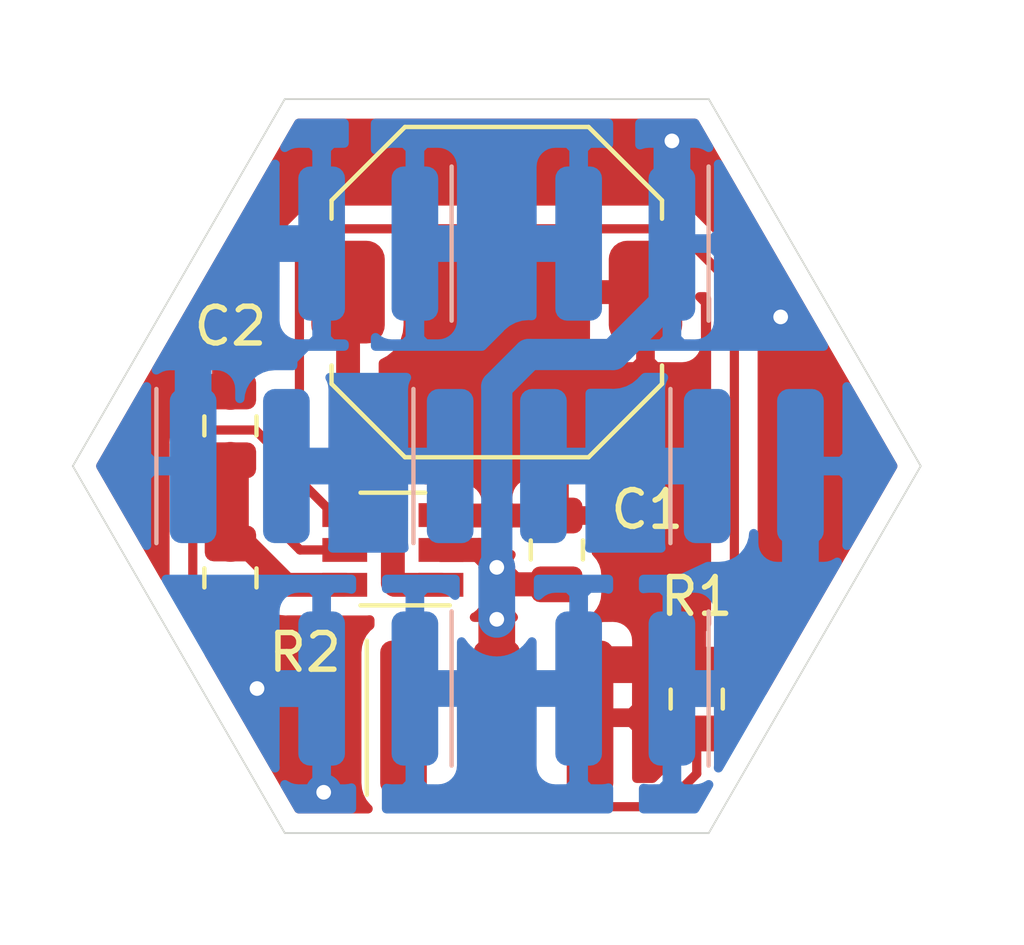
<source format=kicad_pcb>
(kicad_pcb (version 20171130) (host pcbnew "(5.1.6)-1")

  (general
    (thickness 1.6)
    (drawings 6)
    (tracks 88)
    (zones 0)
    (modules 14)
    (nets 13)
  )

  (page A4)
  (layers
    (0 F.Cu signal)
    (31 B.Cu signal)
    (32 B.Adhes user)
    (33 F.Adhes user)
    (34 B.Paste user)
    (35 F.Paste user)
    (36 B.SilkS user)
    (37 F.SilkS user)
    (38 B.Mask user)
    (39 F.Mask user)
    (40 Dwgs.User user)
    (41 Cmts.User user)
    (42 Eco1.User user)
    (43 Eco2.User user)
    (44 Edge.Cuts user)
    (45 Margin user)
    (46 B.CrtYd user)
    (47 F.CrtYd user)
    (48 B.Fab user)
    (49 F.Fab user)
  )

  (setup
    (last_trace_width 0.25)
    (trace_clearance 0.2)
    (zone_clearance 0.508)
    (zone_45_only no)
    (trace_min 0.2)
    (via_size 1)
    (via_drill 0.4)
    (via_min_size 0.4)
    (via_min_drill 0.3)
    (uvia_size 0.3)
    (uvia_drill 0.1)
    (uvias_allowed no)
    (uvia_min_size 0.2)
    (uvia_min_drill 0.1)
    (edge_width 0.05)
    (segment_width 0.2)
    (pcb_text_width 0.3)
    (pcb_text_size 1.5 1.5)
    (mod_edge_width 0.12)
    (mod_text_size 1 1)
    (mod_text_width 0.15)
    (pad_size 1.524 1.524)
    (pad_drill 0.762)
    (pad_to_mask_clearance 0.05)
    (aux_axis_origin 0 0)
    (visible_elements 7FFFFFFF)
    (pcbplotparams
      (layerselection 0x010d0_ffffffff)
      (usegerberextensions false)
      (usegerberattributes true)
      (usegerberadvancedattributes true)
      (creategerberjobfile true)
      (excludeedgelayer true)
      (linewidth 0.100000)
      (plotframeref false)
      (viasonmask false)
      (mode 1)
      (useauxorigin false)
      (hpglpennumber 1)
      (hpglpenspeed 20)
      (hpglpendiameter 15.000000)
      (psnegative false)
      (psa4output false)
      (plotreference true)
      (plotvalue true)
      (plotinvisibletext false)
      (padsonsilk false)
      (subtractmaskfromsilk false)
      (outputformat 1)
      (mirror false)
      (drillshape 0)
      (scaleselection 1)
      (outputdirectory ""))
  )

  (net 0 "")
  (net 1 GND)
  (net 2 VS)
  (net 3 "Net-(C2-Pad1)")
  (net 4 "Net-(D1-Pad2)")
  (net 5 "Net-(D1-Pad1)")
  (net 6 "Net-(D2-Pad1)")
  (net 7 "Net-(D3-Pad1)")
  (net 8 "Net-(D4-Pad1)")
  (net 9 "Net-(D5-Pad1)")
  (net 10 "Net-(D6-Pad1)")
  (net 11 "Net-(L1-Pad2)")
  (net 12 "Net-(J1-Pad1)")

  (net_class Default "This is the default net class."
    (clearance 0.2)
    (trace_width 0.25)
    (via_dia 1)
    (via_drill 0.4)
    (uvia_dia 0.3)
    (uvia_drill 0.1)
    (add_net "Net-(D1-Pad1)")
    (add_net "Net-(D1-Pad2)")
    (add_net "Net-(D2-Pad1)")
    (add_net "Net-(D3-Pad1)")
    (add_net "Net-(D4-Pad1)")
    (add_net "Net-(D5-Pad1)")
    (add_net "Net-(D6-Pad1)")
    (add_net "Net-(J1-Pad1)")
  )

  (net_class 300mA ""
    (clearance 0.2)
    (trace_width 0.65)
    (via_dia 1)
    (via_drill 0.4)
    (uvia_dia 0.3)
    (uvia_drill 0.1)
    (add_net GND)
    (add_net "Net-(C2-Pad1)")
    (add_net "Net-(L1-Pad2)")
    (add_net VS)
  )

  (module IRheating:91601-302LF (layer B.Cu) (tedit 618D2B19) (tstamp 618C85B8)
    (at 150.2 72.6778 180)
    (path /618C7F50)
    (fp_text reference D7 (at 1.5 3) (layer B.SilkS) hide
      (effects (font (size 1 1) (thickness 0.15)) (justify mirror))
    )
    (fp_text value "SFH 4550" (at 1.5 -3.5) (layer B.Fab)
      (effects (font (size 1 1) (thickness 0.15)) (justify mirror))
    )
    (fp_line (start -1 2.1) (end -1 -2.1) (layer B.SilkS) (width 0.12))
    (pad 2 smd roundrect (at 2.54 0 180) (size 1.27 4.2) (layers B.Cu B.Paste B.Mask) (roundrect_rratio 0.25)
      (net 10 "Net-(D6-Pad1)"))
    (pad 1 smd roundrect (at 0 0 180) (size 1.27 4.2) (layers B.Cu B.Paste B.Mask) (roundrect_rratio 0.25)
      (net 1 GND))
    (model ${KIPRJMOD}/91601-302LFc.stp
      (offset (xyz 1.27 0 7.2))
      (scale (xyz 1 1 1))
      (rotate (xyz -90 0 0))
    )
    (model ${KISYS3DMOD}/LED_THT.3dshapes/LED_D5.0mm.step
      (offset (xyz 0 0 4.5))
      (scale (xyz 1 1 1))
      (rotate (xyz 0 0 0))
    )
  )

  (module IRheating:91601-302LF (layer B.Cu) (tedit 618D2B19) (tstamp 618C874A)
    (at 143.2 84.8022 180)
    (path /618C0BB3)
    (fp_text reference D1 (at 1.5 3) (layer B.SilkS) hide
      (effects (font (size 1 1) (thickness 0.15)) (justify mirror))
    )
    (fp_text value "SFH 4550" (at 1.5 -3.5) (layer B.Fab)
      (effects (font (size 1 1) (thickness 0.15)) (justify mirror))
    )
    (fp_line (start -1 2.1) (end -1 -2.1) (layer B.SilkS) (width 0.12))
    (pad 2 smd roundrect (at 2.54 0 180) (size 1.27 4.2) (layers B.Cu B.Paste B.Mask) (roundrect_rratio 0.25)
      (net 4 "Net-(D1-Pad2)"))
    (pad 1 smd roundrect (at 0 0 180) (size 1.27 4.2) (layers B.Cu B.Paste B.Mask) (roundrect_rratio 0.25)
      (net 5 "Net-(D1-Pad1)"))
    (model ${KIPRJMOD}/91601-302LFc.stp
      (offset (xyz 1.27 0 7.2))
      (scale (xyz 1 1 1))
      (rotate (xyz -90 0 0))
    )
    (model ${KISYS3DMOD}/LED_THT.3dshapes/LED_D5.0mm.step
      (offset (xyz 0 0 4.5))
      (scale (xyz 1 1 1))
      (rotate (xyz 0 0 0))
    )
  )

  (module IRheating:91601-302LF (layer B.Cu) (tedit 618D2B19) (tstamp 618C854A)
    (at 150.2 84.8022 180)
    (path /618C703C)
    (fp_text reference D2 (at 1.5 3) (layer B.SilkS) hide
      (effects (font (size 1 1) (thickness 0.15)) (justify mirror))
    )
    (fp_text value "SFH 4550" (at 1.5 -3.5) (layer B.Fab)
      (effects (font (size 1 1) (thickness 0.15)) (justify mirror))
    )
    (fp_line (start -1 2.1) (end -1 -2.1) (layer B.SilkS) (width 0.12))
    (pad 2 smd roundrect (at 2.54 0 180) (size 1.27 4.2) (layers B.Cu B.Paste B.Mask) (roundrect_rratio 0.25)
      (net 5 "Net-(D1-Pad1)"))
    (pad 1 smd roundrect (at 0 0 180) (size 1.27 4.2) (layers B.Cu B.Paste B.Mask) (roundrect_rratio 0.25)
      (net 6 "Net-(D2-Pad1)"))
    (model ${KIPRJMOD}/91601-302LFc.stp
      (offset (xyz 1.27 0 7.2))
      (scale (xyz 1 1 1))
      (rotate (xyz -90 0 0))
    )
    (model ${KISYS3DMOD}/LED_THT.3dshapes/LED_D5.0mm.step
      (offset (xyz 0 0 4.5))
      (scale (xyz 1 1 1))
      (rotate (xyz 0 0 0))
    )
  )

  (module IRheating:91601-302LF (layer B.Cu) (tedit 618D2B19) (tstamp 618C880A)
    (at 151.16 78.74)
    (path /618C7460)
    (fp_text reference D3 (at 1.5 3) (layer B.SilkS) hide
      (effects (font (size 1 1) (thickness 0.15)) (justify mirror))
    )
    (fp_text value "SFH 4550" (at 1.5 -3.5) (layer B.Fab)
      (effects (font (size 1 1) (thickness 0.15)) (justify mirror))
    )
    (fp_line (start -1 2.1) (end -1 -2.1) (layer B.SilkS) (width 0.12))
    (pad 2 smd roundrect (at 2.54 0) (size 1.27 4.2) (layers B.Cu B.Paste B.Mask) (roundrect_rratio 0.25)
      (net 6 "Net-(D2-Pad1)"))
    (pad 1 smd roundrect (at 0 0) (size 1.27 4.2) (layers B.Cu B.Paste B.Mask) (roundrect_rratio 0.25)
      (net 7 "Net-(D3-Pad1)"))
    (model ${KIPRJMOD}/91601-302LFc.stp
      (offset (xyz 1.27 0 7.2))
      (scale (xyz 1 1 1))
      (rotate (xyz -90 0 0))
    )
    (model ${KISYS3DMOD}/LED_THT.3dshapes/LED_D5.0mm.step
      (offset (xyz 0 0 4.5))
      (scale (xyz 1 1 1))
      (rotate (xyz 0 0 0))
    )
  )

  (module IRheating:91601-302LF (layer B.Cu) (tedit 618D2B19) (tstamp 618CA7CA)
    (at 144.16 78.74)
    (path /618C746A)
    (fp_text reference D4 (at 1.5 3) (layer B.SilkS) hide
      (effects (font (size 1 1) (thickness 0.15)) (justify mirror))
    )
    (fp_text value "SFH 4550" (at 1.5 -3.5) (layer B.Fab)
      (effects (font (size 1 1) (thickness 0.15)) (justify mirror))
    )
    (fp_line (start -1 2.1) (end -1 -2.1) (layer B.SilkS) (width 0.12))
    (pad 2 smd roundrect (at 2.54 0) (size 1.27 4.2) (layers B.Cu B.Paste B.Mask) (roundrect_rratio 0.25)
      (net 7 "Net-(D3-Pad1)"))
    (pad 1 smd roundrect (at 0 0) (size 1.27 4.2) (layers B.Cu B.Paste B.Mask) (roundrect_rratio 0.25)
      (net 8 "Net-(D4-Pad1)"))
    (model ${KIPRJMOD}/91601-302LFc.stp
      (offset (xyz 1.27 0 7.2))
      (scale (xyz 1 1 1))
      (rotate (xyz -90 0 0))
    )
    (model ${KISYS3DMOD}/LED_THT.3dshapes/LED_D5.0mm.step
      (offset (xyz 0 0 4.5))
      (scale (xyz 1 1 1))
      (rotate (xyz 0 0 0))
    )
  )

  (module IRheating:91601-302LF (layer B.Cu) (tedit 618D2B19) (tstamp 618CC15C)
    (at 137.16 78.74)
    (path /618C7F3C)
    (fp_text reference D5 (at 1.5 3) (layer B.SilkS) hide
      (effects (font (size 1 1) (thickness 0.15)) (justify mirror))
    )
    (fp_text value "SFH 4550" (at 1.5 -3.5) (layer B.Fab)
      (effects (font (size 1 1) (thickness 0.15)) (justify mirror))
    )
    (fp_line (start -1 2.1) (end -1 -2.1) (layer B.SilkS) (width 0.12))
    (pad 2 smd roundrect (at 2.54 0) (size 1.27 4.2) (layers B.Cu B.Paste B.Mask) (roundrect_rratio 0.25)
      (net 8 "Net-(D4-Pad1)"))
    (pad 1 smd roundrect (at 0 0) (size 1.27 4.2) (layers B.Cu B.Paste B.Mask) (roundrect_rratio 0.25)
      (net 9 "Net-(D5-Pad1)"))
    (model ${KIPRJMOD}/91601-302LFc.stp
      (offset (xyz 1.27 0 7.2))
      (scale (xyz 1 1 1))
      (rotate (xyz -90 0 0))
    )
    (model ${KISYS3DMOD}/LED_THT.3dshapes/LED_D5.0mm.step
      (offset (xyz 0 0 4.5))
      (scale (xyz 1 1 1))
      (rotate (xyz 0 0 0))
    )
  )

  (module IRheating:91601-302LF (layer B.Cu) (tedit 618D2B19) (tstamp 618C85A2)
    (at 143.2 72.6778 180)
    (path /618C7F46)
    (fp_text reference D6 (at 1.5 3) (layer B.SilkS) hide
      (effects (font (size 1 1) (thickness 0.15)) (justify mirror))
    )
    (fp_text value "SFH 4550" (at 1.5 -3.5) (layer B.Fab)
      (effects (font (size 1 1) (thickness 0.15)) (justify mirror))
    )
    (fp_line (start -1 2.1) (end -1 -2.1) (layer B.SilkS) (width 0.12))
    (pad 2 smd roundrect (at 2.54 0 180) (size 1.27 4.2) (layers B.Cu B.Paste B.Mask) (roundrect_rratio 0.25)
      (net 9 "Net-(D5-Pad1)"))
    (pad 1 smd roundrect (at 0 0 180) (size 1.27 4.2) (layers B.Cu B.Paste B.Mask) (roundrect_rratio 0.25)
      (net 10 "Net-(D6-Pad1)"))
    (model ${KIPRJMOD}/91601-302LFc.stp
      (offset (xyz 1.27 0 7.2))
      (scale (xyz 1 1 1))
      (rotate (xyz -90 0 0))
    )
    (model ${KISYS3DMOD}/LED_THT.3dshapes/LED_D5.0mm.step
      (offset (xyz 0 0 4.5))
      (scale (xyz 1 1 1))
      (rotate (xyz 0 0 0))
    )
  )

  (module IRheating:CDRH8D58 (layer F.Cu) (tedit 618D2976) (tstamp 618C85D1)
    (at 145.43 74 180)
    (path /618CE241)
    (fp_text reference L1 (at 0 -5.5) (layer F.SilkS) hide
      (effects (font (size 1 1) (thickness 0.15)))
    )
    (fp_text value 68uH (at 0 2.5) (layer F.Fab)
      (effects (font (size 1 1) (thickness 0.15)))
    )
    (fp_line (start -5 -3) (end -3 -5) (layer F.CrtYd) (width 0.12))
    (fp_line (start -3 -5) (end 3 -5) (layer F.CrtYd) (width 0.12))
    (fp_line (start 3 -5) (end 5 -3) (layer F.CrtYd) (width 0.12))
    (fp_line (start 5 -3) (end 5 2.5) (layer F.CrtYd) (width 0.12))
    (fp_line (start 5 2.5) (end 5 3) (layer F.CrtYd) (width 0.12))
    (fp_line (start 5 3) (end 3 5) (layer F.CrtYd) (width 0.12))
    (fp_line (start 3 5) (end -3 5) (layer F.CrtYd) (width 0.12))
    (fp_line (start -3 5) (end -5 3) (layer F.CrtYd) (width 0.12))
    (fp_line (start -5 3) (end -5 -3) (layer F.CrtYd) (width 0.12))
    (fp_line (start -4.5 -2) (end -4.5 -2.5) (layer F.SilkS) (width 0.12))
    (fp_line (start -4.5 -2.5) (end -2.5 -4.5) (layer F.SilkS) (width 0.12))
    (fp_line (start -2.5 -4.5) (end 2.5 -4.5) (layer F.SilkS) (width 0.12))
    (fp_line (start 2.5 -4.5) (end 4.5 -2.5) (layer F.SilkS) (width 0.12))
    (fp_line (start 4.5 -2.5) (end 4.5 -2) (layer F.SilkS) (width 0.12))
    (fp_line (start 4.5 2) (end 4.5 2.5) (layer F.SilkS) (width 0.12))
    (fp_line (start 4.5 2.5) (end 2.5 4.5) (layer F.SilkS) (width 0.12))
    (fp_line (start 2.5 4.5) (end -2.5 4.5) (layer F.SilkS) (width 0.12))
    (fp_line (start -2.5 4.5) (end -4.5 2.5) (layer F.SilkS) (width 0.12))
    (fp_line (start -4.5 2.5) (end -4.5 2) (layer F.SilkS) (width 0.12))
    (pad 2 smd roundrect (at 4.05 0 180) (size 2 2.8) (layers F.Cu F.Paste F.Mask) (roundrect_rratio 0.25)
      (net 11 "Net-(L1-Pad2)"))
    (pad 1 smd roundrect (at -4.05 0 180) (size 2 2.8) (layers F.Cu F.Paste F.Mask) (roundrect_rratio 0.25)
      (net 2 VS))
    (model ${KIPRJMOD}/CDRH8D58.stp
      (at (xyz 0 0 0))
      (scale (xyz 1 1 1))
      (rotate (xyz 0 0 0))
    )
  )

  (module IRheating:91601-303LF (layer F.Cu) (tedit 618D29A1) (tstamp 618C9608)
    (at 142.89 85.598)
    (path /618F82B6)
    (fp_text reference J1 (at 1.5 -3) (layer F.SilkS) hide
      (effects (font (size 1 1) (thickness 0.15)))
    )
    (fp_text value Conn_01x03_Male (at 1.5 3.5) (layer F.Fab)
      (effects (font (size 1 1) (thickness 0.15)))
    )
    (fp_line (start -1 -2.1) (end -1 2.1) (layer F.SilkS) (width 0.12))
    (pad 3 smd roundrect (at 5.08 0) (size 1.27 4.2) (layers F.Cu F.Paste F.Mask) (roundrect_rratio 0.25)
      (net 2 VS))
    (pad 2 smd roundrect (at 2.54 0) (size 1.27 4.2) (layers F.Cu F.Paste F.Mask) (roundrect_rratio 0.25)
      (net 1 GND))
    (pad 1 smd roundrect (at 0 0) (size 1.27 4.2) (layers F.Cu F.Paste F.Mask) (roundrect_rratio 0.25)
      (net 12 "Net-(J1-Pad1)"))
    (model ${KIPRJMOD}/91601-303LFc.stp
      (offset (xyz 2.54 0 7.15))
      (scale (xyz 1 1 1))
      (rotate (xyz -90 0 0))
    )
  )

  (module Package_TO_SOT_SMD:TSOT-23-6 (layer F.Cu) (tedit 5A02FF57) (tstamp 618CB30D)
    (at 142.6 81.026 180)
    (descr "6-pin TSOT23 package, http://cds.linear.com/docs/en/packaging/SOT_6_05-08-1636.pdf")
    (tags "TSOT-23-6 MK06A TSOT-6")
    (path /618CBDD6)
    (attr smd)
    (fp_text reference U1 (at 0 -2.45) (layer F.SilkS) hide
      (effects (font (size 1 1) (thickness 0.15)))
    )
    (fp_text value SC4541 (at 0 2.5) (layer F.Fab)
      (effects (font (size 1 1) (thickness 0.15)))
    )
    (fp_line (start 2.17 1.7) (end -2.17 1.7) (layer F.CrtYd) (width 0.05))
    (fp_line (start 2.17 1.7) (end 2.17 -1.7) (layer F.CrtYd) (width 0.05))
    (fp_line (start -2.17 -1.7) (end -2.17 1.7) (layer F.CrtYd) (width 0.05))
    (fp_line (start -2.17 -1.7) (end 2.17 -1.7) (layer F.CrtYd) (width 0.05))
    (fp_line (start 0.88 -1.45) (end 0.88 1.45) (layer F.Fab) (width 0.1))
    (fp_line (start 0.88 1.45) (end -0.88 1.45) (layer F.Fab) (width 0.1))
    (fp_line (start -0.88 -1) (end -0.88 1.45) (layer F.Fab) (width 0.1))
    (fp_line (start 0.88 -1.45) (end -0.43 -1.45) (layer F.Fab) (width 0.1))
    (fp_line (start -0.88 -1) (end -0.43 -1.45) (layer F.Fab) (width 0.1))
    (fp_line (start 0.88 -1.51) (end -1.55 -1.51) (layer F.SilkS) (width 0.12))
    (fp_line (start -0.88 1.56) (end 0.88 1.56) (layer F.SilkS) (width 0.12))
    (fp_text user %R (at 0 0 90) (layer F.Fab)
      (effects (font (size 0.5 0.5) (thickness 0.075)))
    )
    (pad 6 smd rect (at 1.31 -0.95 180) (size 1.22 0.65) (layers F.Cu F.Paste F.Mask)
      (net 3 "Net-(C2-Pad1)"))
    (pad 5 smd rect (at 1.31 0 180) (size 1.22 0.65) (layers F.Cu F.Paste F.Mask)
      (net 4 "Net-(D1-Pad2)"))
    (pad 4 smd rect (at 1.31 0.95 180) (size 1.22 0.65) (layers F.Cu F.Paste F.Mask)
      (net 12 "Net-(J1-Pad1)"))
    (pad 3 smd rect (at -1.31 0.95 180) (size 1.22 0.65) (layers F.Cu F.Paste F.Mask)
      (net 2 VS))
    (pad 2 smd rect (at -1.31 0 180) (size 1.22 0.65) (layers F.Cu F.Paste F.Mask)
      (net 1 GND))
    (pad 1 smd rect (at -1.31 -0.95 180) (size 1.22 0.65) (layers F.Cu F.Paste F.Mask)
      (net 11 "Net-(L1-Pad2)"))
    (model ${KISYS3DMOD}/Package_TO_SOT_SMD.3dshapes/TSOT-23-6.wrl
      (at (xyz 0 0 0))
      (scale (xyz 1 1 1))
      (rotate (xyz 0 0 0))
    )
  )

  (module Resistor_SMD:R_0805_2012Metric (layer F.Cu) (tedit 5B36C52B) (tstamp 618D8EA3)
    (at 138.176 81.788 270)
    (descr "Resistor SMD 0805 (2012 Metric), square (rectangular) end terminal, IPC_7351 nominal, (Body size source: https://docs.google.com/spreadsheets/d/1BsfQQcO9C6DZCsRaXUlFlo91Tg2WpOkGARC1WS5S8t0/edit?usp=sharing), generated with kicad-footprint-generator")
    (tags resistor)
    (path /618CEE01)
    (attr smd)
    (fp_text reference R2 (at 2.032 -2.032 180) (layer F.SilkS)
      (effects (font (size 1 1) (thickness 0.15)))
    )
    (fp_text value 2 (at 0 1.65 90) (layer F.Fab)
      (effects (font (size 1 1) (thickness 0.15)))
    )
    (fp_line (start 1.68 0.95) (end -1.68 0.95) (layer F.CrtYd) (width 0.05))
    (fp_line (start 1.68 -0.95) (end 1.68 0.95) (layer F.CrtYd) (width 0.05))
    (fp_line (start -1.68 -0.95) (end 1.68 -0.95) (layer F.CrtYd) (width 0.05))
    (fp_line (start -1.68 0.95) (end -1.68 -0.95) (layer F.CrtYd) (width 0.05))
    (fp_line (start -0.258578 0.71) (end 0.258578 0.71) (layer F.SilkS) (width 0.12))
    (fp_line (start -0.258578 -0.71) (end 0.258578 -0.71) (layer F.SilkS) (width 0.12))
    (fp_line (start 1 0.6) (end -1 0.6) (layer F.Fab) (width 0.1))
    (fp_line (start 1 -0.6) (end 1 0.6) (layer F.Fab) (width 0.1))
    (fp_line (start -1 -0.6) (end 1 -0.6) (layer F.Fab) (width 0.1))
    (fp_line (start -1 0.6) (end -1 -0.6) (layer F.Fab) (width 0.1))
    (fp_text user %R (at 0 0 90) (layer F.Fab)
      (effects (font (size 0.5 0.5) (thickness 0.08)))
    )
    (pad 2 smd roundrect (at 0.9375 0 270) (size 0.975 1.4) (layers F.Cu F.Paste F.Mask) (roundrect_rratio 0.25)
      (net 4 "Net-(D1-Pad2)"))
    (pad 1 smd roundrect (at -0.9375 0 270) (size 0.975 1.4) (layers F.Cu F.Paste F.Mask) (roundrect_rratio 0.25)
      (net 3 "Net-(C2-Pad1)"))
    (model ${KISYS3DMOD}/Resistor_SMD.3dshapes/R_0805_2012Metric.wrl
      (at (xyz 0 0 0))
      (scale (xyz 1 1 1))
      (rotate (xyz 0 0 0))
    )
  )

  (module Resistor_SMD:R_0805_2012Metric (layer F.Cu) (tedit 5B36C52B) (tstamp 618CBCA5)
    (at 150.876 85.09 90)
    (descr "Resistor SMD 0805 (2012 Metric), square (rectangular) end terminal, IPC_7351 nominal, (Body size source: https://docs.google.com/spreadsheets/d/1BsfQQcO9C6DZCsRaXUlFlo91Tg2WpOkGARC1WS5S8t0/edit?usp=sharing), generated with kicad-footprint-generator")
    (tags resistor)
    (path /618E2570)
    (attr smd)
    (fp_text reference R1 (at 2.794 0 180) (layer F.SilkS)
      (effects (font (size 1 1) (thickness 0.15)))
    )
    (fp_text value 10k (at 0 1.65 90) (layer F.Fab)
      (effects (font (size 1 1) (thickness 0.15)))
    )
    (fp_line (start 1.68 0.95) (end -1.68 0.95) (layer F.CrtYd) (width 0.05))
    (fp_line (start 1.68 -0.95) (end 1.68 0.95) (layer F.CrtYd) (width 0.05))
    (fp_line (start -1.68 -0.95) (end 1.68 -0.95) (layer F.CrtYd) (width 0.05))
    (fp_line (start -1.68 0.95) (end -1.68 -0.95) (layer F.CrtYd) (width 0.05))
    (fp_line (start -0.258578 0.71) (end 0.258578 0.71) (layer F.SilkS) (width 0.12))
    (fp_line (start -0.258578 -0.71) (end 0.258578 -0.71) (layer F.SilkS) (width 0.12))
    (fp_line (start 1 0.6) (end -1 0.6) (layer F.Fab) (width 0.1))
    (fp_line (start 1 -0.6) (end 1 0.6) (layer F.Fab) (width 0.1))
    (fp_line (start -1 -0.6) (end 1 -0.6) (layer F.Fab) (width 0.1))
    (fp_line (start -1 0.6) (end -1 -0.6) (layer F.Fab) (width 0.1))
    (fp_text user %R (at 0 0 90) (layer F.Fab)
      (effects (font (size 0.5 0.5) (thickness 0.08)))
    )
    (pad 2 smd roundrect (at 0.9375 0 90) (size 0.975 1.4) (layers F.Cu F.Paste F.Mask) (roundrect_rratio 0.25)
      (net 2 VS))
    (pad 1 smd roundrect (at -0.9375 0 90) (size 0.975 1.4) (layers F.Cu F.Paste F.Mask) (roundrect_rratio 0.25)
      (net 12 "Net-(J1-Pad1)"))
    (model ${KISYS3DMOD}/Resistor_SMD.3dshapes/R_0805_2012Metric.wrl
      (at (xyz 0 0 0))
      (scale (xyz 1 1 1))
      (rotate (xyz 0 0 0))
    )
  )

  (module Capacitor_SMD:C_0805_2012Metric (layer F.Cu) (tedit 5B36C52B) (tstamp 618CA9C6)
    (at 138.176 77.6455 90)
    (descr "Capacitor SMD 0805 (2012 Metric), square (rectangular) end terminal, IPC_7351 nominal, (Body size source: https://docs.google.com/spreadsheets/d/1BsfQQcO9C6DZCsRaXUlFlo91Tg2WpOkGARC1WS5S8t0/edit?usp=sharing), generated with kicad-footprint-generator")
    (tags capacitor)
    (path /618CCEBA)
    (attr smd)
    (fp_text reference C2 (at 2.7155 0 180) (layer F.SilkS)
      (effects (font (size 1 1) (thickness 0.15)))
    )
    (fp_text value 10uF (at 0 1.65 90) (layer F.Fab)
      (effects (font (size 1 1) (thickness 0.15)))
    )
    (fp_line (start 1.68 0.95) (end -1.68 0.95) (layer F.CrtYd) (width 0.05))
    (fp_line (start 1.68 -0.95) (end 1.68 0.95) (layer F.CrtYd) (width 0.05))
    (fp_line (start -1.68 -0.95) (end 1.68 -0.95) (layer F.CrtYd) (width 0.05))
    (fp_line (start -1.68 0.95) (end -1.68 -0.95) (layer F.CrtYd) (width 0.05))
    (fp_line (start -0.258578 0.71) (end 0.258578 0.71) (layer F.SilkS) (width 0.12))
    (fp_line (start -0.258578 -0.71) (end 0.258578 -0.71) (layer F.SilkS) (width 0.12))
    (fp_line (start 1 0.6) (end -1 0.6) (layer F.Fab) (width 0.1))
    (fp_line (start 1 -0.6) (end 1 0.6) (layer F.Fab) (width 0.1))
    (fp_line (start -1 -0.6) (end 1 -0.6) (layer F.Fab) (width 0.1))
    (fp_line (start -1 0.6) (end -1 -0.6) (layer F.Fab) (width 0.1))
    (fp_text user %R (at 0 0 90) (layer F.Fab)
      (effects (font (size 0.5 0.5) (thickness 0.08)))
    )
    (pad 2 smd roundrect (at 0.9375 0 90) (size 0.975 1.4) (layers F.Cu F.Paste F.Mask) (roundrect_rratio 0.25)
      (net 1 GND))
    (pad 1 smd roundrect (at -0.9375 0 90) (size 0.975 1.4) (layers F.Cu F.Paste F.Mask) (roundrect_rratio 0.25)
      (net 3 "Net-(C2-Pad1)"))
    (model ${KISYS3DMOD}/Capacitor_SMD.3dshapes/C_0805_2012Metric.wrl
      (at (xyz 0 0 0))
      (scale (xyz 1 1 1))
      (rotate (xyz 0 0 0))
    )
  )

  (module Capacitor_SMD:C_0805_2012Metric (layer F.Cu) (tedit 5B36C52B) (tstamp 618D281E)
    (at 147.066 81.026 270)
    (descr "Capacitor SMD 0805 (2012 Metric), square (rectangular) end terminal, IPC_7351 nominal, (Body size source: https://docs.google.com/spreadsheets/d/1BsfQQcO9C6DZCsRaXUlFlo91Tg2WpOkGARC1WS5S8t0/edit?usp=sharing), generated with kicad-footprint-generator")
    (tags capacitor)
    (path /618CD937)
    (attr smd)
    (fp_text reference C1 (at -1.1 -2.4625 180) (layer F.SilkS)
      (effects (font (size 1 1) (thickness 0.15)))
    )
    (fp_text value 10uF (at 0 1.65 90) (layer F.Fab)
      (effects (font (size 1 1) (thickness 0.15)))
    )
    (fp_line (start 1.68 0.95) (end -1.68 0.95) (layer F.CrtYd) (width 0.05))
    (fp_line (start 1.68 -0.95) (end 1.68 0.95) (layer F.CrtYd) (width 0.05))
    (fp_line (start -1.68 -0.95) (end 1.68 -0.95) (layer F.CrtYd) (width 0.05))
    (fp_line (start -1.68 0.95) (end -1.68 -0.95) (layer F.CrtYd) (width 0.05))
    (fp_line (start -0.258578 0.71) (end 0.258578 0.71) (layer F.SilkS) (width 0.12))
    (fp_line (start -0.258578 -0.71) (end 0.258578 -0.71) (layer F.SilkS) (width 0.12))
    (fp_line (start 1 0.6) (end -1 0.6) (layer F.Fab) (width 0.1))
    (fp_line (start 1 -0.6) (end 1 0.6) (layer F.Fab) (width 0.1))
    (fp_line (start -1 -0.6) (end 1 -0.6) (layer F.Fab) (width 0.1))
    (fp_line (start -1 0.6) (end -1 -0.6) (layer F.Fab) (width 0.1))
    (fp_text user %R (at 0 0 90) (layer F.Fab)
      (effects (font (size 0.5 0.5) (thickness 0.08)))
    )
    (pad 2 smd roundrect (at 0.9375 0 270) (size 0.975 1.4) (layers F.Cu F.Paste F.Mask) (roundrect_rratio 0.25)
      (net 1 GND))
    (pad 1 smd roundrect (at -0.9375 0 270) (size 0.975 1.4) (layers F.Cu F.Paste F.Mask) (roundrect_rratio 0.25)
      (net 2 VS))
    (model ${KISYS3DMOD}/Capacitor_SMD.3dshapes/C_0805_2012Metric.wrl
      (at (xyz 0 0 0))
      (scale (xyz 1 1 1))
      (rotate (xyz 0 0 0))
    )
  )

  (gr_line (start 133.883 78.74) (end 139.656 68.74) (layer Edge.Cuts) (width 0.05) (tstamp 618C92A1))
  (gr_line (start 139.656 88.74) (end 133.883 78.74) (layer Edge.Cuts) (width 0.05))
  (gr_line (start 156.977 78.74) (end 151.204 88.74) (layer Edge.Cuts) (width 0.05) (tstamp 618C92A0))
  (gr_line (start 151.204 68.74) (end 156.977 78.74) (layer Edge.Cuts) (width 0.05))
  (gr_line (start 151.204 88.74) (end 139.656 88.74) (layer Edge.Cuts) (width 0.05))
  (gr_line (start 139.656 68.74) (end 151.204 68.74) (layer Edge.Cuts) (width 0.05))

  (via (at 145.43 81.5) (size 1) (drill 0.4) (layers F.Cu B.Cu) (net 1))
  (via (at 150.2 69.88) (size 1) (drill 0.4) (layers F.Cu B.Cu) (net 1) (tstamp 618DA55D))
  (segment (start 147.066 81.9635) (end 145.43 81.9635) (width 0.65) (layer F.Cu) (net 1))
  (segment (start 145.17 81.026) (end 145.43 81.286) (width 0.65) (layer F.Cu) (net 1))
  (segment (start 143.91 81.026) (end 145.17 81.026) (width 0.65) (layer F.Cu) (net 1))
  (segment (start 145.43 76.72851) (end 145.425 76.72351) (width 0.65) (layer B.Cu) (net 1))
  (segment (start 150.2 74.1) (end 150.2 72.6778) (width 0.65) (layer B.Cu) (net 1))
  (segment (start 148.6 75.7) (end 150.2 74.1) (width 0.85) (layer B.Cu) (net 1))
  (segment (start 146.3 75.7) (end 148.6 75.7) (width 0.85) (layer B.Cu) (net 1))
  (segment (start 145.43 76.72851) (end 145.43 76.57) (width 0.65) (layer B.Cu) (net 1))
  (segment (start 138.176 76.708) (end 138.176 73.470518) (width 1) (layer F.Cu) (net 1))
  (segment (start 138.176 73.470518) (end 138.176 73.044) (width 0.65) (layer F.Cu) (net 1))
  (segment (start 141.34 69.88) (end 141.055 70.165) (width 0.65) (layer F.Cu) (net 1))
  (segment (start 150.2 69.88) (end 141.34 69.88) (width 0.65) (layer F.Cu) (net 1))
  (segment (start 138.176 73.044) (end 141.055 70.165) (width 0.65) (layer F.Cu) (net 1))
  (segment (start 150.2 72.6778) (end 150.2 69.88) (width 1) (layer B.Cu) (net 1))
  (segment (start 145.43 76.57) (end 146.3 75.7) (width 0.85) (layer B.Cu) (net 1))
  (segment (start 145.43 81.5) (end 145.43 76.57) (width 0.85) (layer B.Cu) (net 1))
  (segment (start 144.956 81.026) (end 143.91 81.026) (width 0.65) (layer F.Cu) (net 1))
  (segment (start 145.43 81.5) (end 144.956 81.026) (width 0.65) (layer F.Cu) (net 1))
  (segment (start 145.8935 81.9635) (end 145.43 81.5) (width 0.65) (layer F.Cu) (net 1))
  (segment (start 147.066 81.9635) (end 145.8935 81.9635) (width 0.65) (layer F.Cu) (net 1))
  (segment (start 145.43 85.598) (end 145.43 82.916) (width 1) (layer F.Cu) (net 1))
  (via (at 153.162 74.676) (size 1) (drill 0.4) (layers F.Cu B.Cu) (net 1))
  (via (at 145.43 82.916) (size 1) (drill 0.4) (layers F.Cu B.Cu) (net 1))
  (segment (start 145.43 81.5) (end 145.43 82.916) (width 1) (layer B.Cu) (net 1))
  (segment (start 146.5375 80.076) (end 146.55 80.0885) (width 0.25) (layer F.Cu) (net 2))
  (segment (start 143.55 80.076) (end 146.5375 80.076) (width 0.25) (layer F.Cu) (net 2))
  (segment (start 143.9225 80.0885) (end 143.91 80.076) (width 0.65) (layer F.Cu) (net 2))
  (segment (start 147.066 80.0885) (end 143.9225 80.0885) (width 0.65) (layer F.Cu) (net 2))
  (segment (start 147.066 80.0885) (end 147.066 74.634) (width 0.65) (layer F.Cu) (net 2))
  (segment (start 147.7 74) (end 149.48 74) (width 0.65) (layer F.Cu) (net 2))
  (segment (start 147.066 74.634) (end 147.7 74) (width 0.65) (layer F.Cu) (net 2))
  (segment (start 150.876 84.1525) (end 147.97 84.1525) (width 1) (layer F.Cu) (net 2))
  (segment (start 138.176 78.583) (end 138.176 80.8505) (width 1) (layer F.Cu) (net 3))
  (segment (start 139.684998 81.976) (end 138.559498 80.8505) (width 0.65) (layer F.Cu) (net 3))
  (segment (start 141.29 81.976) (end 139.684998 81.976) (width 0.65) (layer F.Cu) (net 3))
  (via (at 138.9 84.8022) (size 1) (drill 0.4) (layers F.Cu B.Cu) (net 4))
  (segment (start 140.07 81.026) (end 141.29 81.026) (width 0.25) (layer F.Cu) (net 4))
  (segment (start 139.20101 80.15701) (end 140.07 81.026) (width 0.25) (layer F.Cu) (net 4))
  (segment (start 139.20101 78.10366) (end 139.20101 80.15701) (width 0.25) (layer F.Cu) (net 4))
  (segment (start 138.85534 77.75799) (end 139.20101 78.10366) (width 0.25) (layer F.Cu) (net 4))
  (segment (start 137.15099 78.10366) (end 137.49666 77.75799) (width 0.25) (layer F.Cu) (net 4))
  (segment (start 137.15099 81.94099) (end 137.15099 78.10366) (width 0.25) (layer F.Cu) (net 4))
  (segment (start 137.49666 77.75799) (end 138.85534 77.75799) (width 0.25) (layer F.Cu) (net 4))
  (segment (start 137.9355 82.7255) (end 137.15099 81.94099) (width 0.25) (layer F.Cu) (net 4))
  (segment (start 138.176 82.7255) (end 137.9355 82.7255) (width 0.25) (layer F.Cu) (net 4))
  (segment (start 140.0022 84.8022) (end 138.9 84.8022) (width 1) (layer B.Cu) (net 4))
  (segment (start 140.66 84.8022) (end 140.0022 84.8022) (width 1) (layer B.Cu) (net 4))
  (segment (start 140.0022 84.8022) (end 139.192 84.8022) (width 1) (layer B.Cu) (net 4))
  (segment (start 138.176 84.0782) (end 138.9 84.8022) (width 1) (layer F.Cu) (net 4))
  (segment (start 138.176 82.7255) (end 138.176 84.0782) (width 1) (layer F.Cu) (net 4))
  (via (at 140.716 87.63) (size 1) (drill 0.4) (layers F.Cu B.Cu) (net 4))
  (segment (start 143.2 84.8022) (end 147.66 84.8022) (width 1) (layer B.Cu) (net 5))
  (segment (start 150.2 84.8022) (end 151.7978 84.8022) (width 1) (layer B.Cu) (net 6))
  (segment (start 150.2 84.8022) (end 151.6978 84.8022) (width 1) (layer B.Cu) (net 6))
  (segment (start 151.6978 84.8022) (end 152.4 84.1) (width 1) (layer B.Cu) (net 6))
  (segment (start 152.4 84.1) (end 152.4 83.6) (width 1) (layer B.Cu) (net 6))
  (segment (start 153.7 82.3) (end 153.7 78.74) (width 1) (layer B.Cu) (net 6))
  (segment (start 152.4 83.6) (end 153.7 82.3) (width 1) (layer B.Cu) (net 6))
  (segment (start 146.7 78.74) (end 151.16 78.74) (width 1) (layer B.Cu) (net 7))
  (segment (start 139.7 78.74) (end 144.16 78.74) (width 1) (layer B.Cu) (net 8))
  (segment (start 137.16 78.74) (end 137.16 75.84) (width 1) (layer B.Cu) (net 9))
  (segment (start 137.16 75.84) (end 138.7 74.3) (width 1) (layer B.Cu) (net 9))
  (segment (start 138.7 74.3) (end 138.7 72.9) (width 1) (layer B.Cu) (net 9))
  (segment (start 138.9222 72.6778) (end 140.66 72.6778) (width 1) (layer B.Cu) (net 9))
  (segment (start 138.7 72.9) (end 138.9222 72.6778) (width 1) (layer B.Cu) (net 9))
  (segment (start 147.66 72.6778) (end 143.2 72.6778) (width 1) (layer B.Cu) (net 10))
  (segment (start 142.65 81.976) (end 142.6 81.926) (width 0.65) (layer F.Cu) (net 11))
  (segment (start 143.91 81.976) (end 142.65 81.976) (width 0.65) (layer F.Cu) (net 11))
  (segment (start 141.38 78.285998) (end 141.38 74) (width 0.65) (layer F.Cu) (net 11))
  (segment (start 142.6 79.505998) (end 141.38 78.285998) (width 0.65) (layer F.Cu) (net 11))
  (segment (start 142.6 81.926) (end 142.6 79.505998) (width 0.65) (layer F.Cu) (net 11))
  (segment (start 150.876 86.0275) (end 151.1725 86.0275) (width 0.25) (layer F.Cu) (net 12))
  (segment (start 151.1125 86.0275) (end 150.876 86.0275) (width 0.25) (layer F.Cu) (net 12))
  (segment (start 151.90101 85.23899) (end 151.1125 86.0275) (width 0.25) (layer F.Cu) (net 12))
  (segment (start 151.90101 73.854268) (end 151.90101 85.23899) (width 0.25) (layer F.Cu) (net 12))
  (segment (start 150.321732 72.27499) (end 151.90101 73.854268) (width 0.25) (layer F.Cu) (net 12))
  (segment (start 140.538268 72.27499) (end 150.321732 72.27499) (width 0.25) (layer F.Cu) (net 12))
  (segment (start 140.05499 72.758268) (end 140.538268 72.27499) (width 0.25) (layer F.Cu) (net 12))
  (segment (start 140.05499 79.12499) (end 140.05499 72.758268) (width 0.25) (layer F.Cu) (net 12))
  (segment (start 141.006 80.076) (end 140.05499 79.12499) (width 0.25) (layer F.Cu) (net 12))
  (segment (start 141.29 80.076) (end 141.006 80.076) (width 0.25) (layer F.Cu) (net 12))
  (segment (start 150.876 87.122) (end 150.876 86.0275) (width 0.25) (layer F.Cu) (net 12))
  (segment (start 143.90301 88.02301) (end 149.97499 88.02301) (width 0.25) (layer F.Cu) (net 12))
  (segment (start 142.89 87.01) (end 143.90301 88.02301) (width 0.25) (layer F.Cu) (net 12))
  (segment (start 149.97499 88.02301) (end 150.876 87.122) (width 0.25) (layer F.Cu) (net 12))
  (segment (start 142.89 85.598) (end 142.89 87.01) (width 0.25) (layer F.Cu) (net 12))

  (zone (net 10) (net_name "Net-(D6-Pad1)") (layer B.Cu) (tstamp 618E0D16) (hatch edge 0.508)
    (connect_pads (clearance 0.508))
    (min_thickness 0.254)
    (fill yes (arc_segments 32) (thermal_gap 0.508) (thermal_bridge_width 0.508))
    (polygon
      (pts
        (xy 148.6 75.6) (xy 142 75.6) (xy 142 68.5) (xy 148.6 68.5)
      )
    )
    (filled_polygon
      (pts
        (xy 148.473 69.968223) (xy 148.419482 69.951988) (xy 148.295 69.939728) (xy 147.94575 69.9428) (xy 147.787 70.10155)
        (xy 147.787 72.5508) (xy 147.807 72.5508) (xy 147.807 72.8048) (xy 147.787 72.8048) (xy 147.787 72.8248)
        (xy 147.533 72.8248) (xy 147.533 72.8048) (xy 146.54875 72.8048) (xy 146.39 72.96355) (xy 146.387161 74.64)
        (xy 146.352058 74.64) (xy 146.3 74.634873) (xy 146.247942 74.64) (xy 146.247934 74.64) (xy 146.110319 74.653554)
        (xy 146.092203 74.655338) (xy 145.892393 74.71595) (xy 145.708247 74.814378) (xy 145.546841 74.946841) (xy 145.513651 74.987284)
        (xy 145.027935 75.473) (xy 142.127 75.473) (xy 142.127 75.239806) (xy 142.210506 75.308337) (xy 142.32082 75.367302)
        (xy 142.440518 75.403612) (xy 142.565 75.415872) (xy 142.91425 75.4128) (xy 143.073 75.25405) (xy 143.073 72.8048)
        (xy 143.327 72.8048) (xy 143.327 75.25405) (xy 143.48575 75.4128) (xy 143.835 75.415872) (xy 143.959482 75.403612)
        (xy 144.07918 75.367302) (xy 144.189494 75.308337) (xy 144.286185 75.228985) (xy 144.365537 75.132294) (xy 144.424502 75.02198)
        (xy 144.460812 74.902282) (xy 144.473072 74.7778) (xy 144.47 72.96355) (xy 144.31125 72.8048) (xy 143.327 72.8048)
        (xy 143.073 72.8048) (xy 143.053 72.8048) (xy 143.053 72.5508) (xy 143.073 72.5508) (xy 143.073 70.10155)
        (xy 143.327 70.10155) (xy 143.327 72.5508) (xy 144.31125 72.5508) (xy 144.47 72.39205) (xy 144.473072 70.5778)
        (xy 146.386928 70.5778) (xy 146.39 72.39205) (xy 146.54875 72.5508) (xy 147.533 72.5508) (xy 147.533 70.10155)
        (xy 147.37425 69.9428) (xy 147.025 69.939728) (xy 146.900518 69.951988) (xy 146.78082 69.988298) (xy 146.670506 70.047263)
        (xy 146.573815 70.126615) (xy 146.494463 70.223306) (xy 146.435498 70.33362) (xy 146.399188 70.453318) (xy 146.386928 70.5778)
        (xy 144.473072 70.5778) (xy 144.460812 70.453318) (xy 144.424502 70.33362) (xy 144.365537 70.223306) (xy 144.286185 70.126615)
        (xy 144.189494 70.047263) (xy 144.07918 69.988298) (xy 143.959482 69.951988) (xy 143.835 69.939728) (xy 143.48575 69.9428)
        (xy 143.327 70.10155) (xy 143.073 70.10155) (xy 142.91425 69.9428) (xy 142.565 69.939728) (xy 142.440518 69.951988)
        (xy 142.32082 69.988298) (xy 142.210506 70.047263) (xy 142.127 70.115794) (xy 142.127 69.4) (xy 148.473 69.4)
      )
    )
  )
  (zone (net 7) (net_name "Net-(D3-Pad1)") (layer B.Cu) (tstamp 618E0D13) (hatch edge 0.508)
    (connect_pads (clearance 0.508))
    (min_thickness 0.254)
    (fill yes (arc_segments 32) (thermal_gap 0.508) (thermal_bridge_width 0.508))
    (polygon
      (pts
        (xy 150.9 79.5) (xy 150.1 79.5) (xy 150.1 80.25) (xy 150.1 81.1) (xy 146 81.1)
        (xy 146 76.2) (xy 150.9 76.2)
      )
    )
    (filled_polygon
      (pts
        (xy 149.935498 76.39582) (xy 149.899188 76.515518) (xy 149.886928 76.64) (xy 149.89 78.45425) (xy 150.04875 78.613)
        (xy 150.773 78.613) (xy 150.773 78.867) (xy 150.04875 78.867) (xy 149.89 79.02575) (xy 149.886928 80.84)
        (xy 149.899188 80.964482) (xy 149.901772 80.973) (xy 147.958228 80.973) (xy 147.960812 80.964482) (xy 147.973072 80.84)
        (xy 147.97 79.02575) (xy 147.81125 78.867) (xy 146.827 78.867) (xy 146.827 78.887) (xy 146.573 78.887)
        (xy 146.573 78.867) (xy 146.553 78.867) (xy 146.553 78.613) (xy 146.573 78.613) (xy 146.573 78.593)
        (xy 146.827 78.593) (xy 146.827 78.613) (xy 147.81125 78.613) (xy 147.97 78.45425) (xy 147.972869 76.76)
        (xy 148.547944 76.76) (xy 148.6 76.765127) (xy 148.652056 76.76) (xy 148.652066 76.76) (xy 148.807796 76.744662)
        (xy 149.007607 76.68405) (xy 149.191753 76.585622) (xy 149.353159 76.453159) (xy 149.386353 76.412712) (xy 149.472065 76.327)
        (xy 149.972284 76.327)
      )
    )
  )
  (zone (net 1) (net_name GND) (layer B.Cu) (tstamp 618E0D10) (hatch edge 0.508)
    (connect_pads (clearance 0.508))
    (min_thickness 0.254)
    (fill yes (arc_segments 32) (thermal_gap 0.508) (thermal_bridge_width 0.508))
    (polygon
      (pts
        (xy 156.6 75.6) (xy 149.2 75.6) (xy 149.2 68.5) (xy 152 68.5)
      )
    )
    (filled_polygon
      (pts
        (xy 151.202994 70.058342) (xy 151.189494 70.047263) (xy 151.07918 69.988298) (xy 150.959482 69.951988) (xy 150.835 69.939728)
        (xy 150.48575 69.9428) (xy 150.327 70.10155) (xy 150.327 72.5508) (xy 151.31125 72.5508) (xy 151.47 72.39205)
        (xy 151.473072 70.5778) (xy 151.466941 70.515553) (xy 154.328875 75.473) (xy 149.327 75.473) (xy 149.327 75.369177)
        (xy 149.440518 75.403612) (xy 149.565 75.415872) (xy 149.91425 75.4128) (xy 150.073 75.25405) (xy 150.073 72.8048)
        (xy 150.327 72.8048) (xy 150.327 75.25405) (xy 150.48575 75.4128) (xy 150.835 75.415872) (xy 150.959482 75.403612)
        (xy 151.07918 75.367302) (xy 151.189494 75.308337) (xy 151.286185 75.228985) (xy 151.365537 75.132294) (xy 151.424502 75.02198)
        (xy 151.460812 74.902282) (xy 151.473072 74.7778) (xy 151.47 72.96355) (xy 151.31125 72.8048) (xy 150.327 72.8048)
        (xy 150.073 72.8048) (xy 150.053 72.8048) (xy 150.053 72.5508) (xy 150.073 72.5508) (xy 150.073 70.10155)
        (xy 149.91425 69.9428) (xy 149.565 69.939728) (xy 149.440518 69.951988) (xy 149.327 69.986423) (xy 149.327 69.4)
        (xy 150.822933 69.4)
      )
    )
  )
  (zone (net 9) (net_name "Net-(D5-Pad1)") (layer B.Cu) (tstamp 618E0D0D) (hatch edge 0.508)
    (connect_pads (clearance 0.508))
    (min_thickness 0.254)
    (fill yes (arc_segments 32) (thermal_gap 0.508) (thermal_bridge_width 0.508))
    (polygon
      (pts
        (xy 141.4 75.6) (xy 140.3 75.6) (xy 140 75.9) (xy 140 81.1) (xy 131.9 81.1)
        (xy 139 68.5) (xy 141.4 68.5)
      )
    )
    (filled_polygon
      (pts
        (xy 141.273 69.939922) (xy 140.94575 69.9428) (xy 140.787 70.10155) (xy 140.787 72.5508) (xy 140.807 72.5508)
        (xy 140.807 72.8048) (xy 140.787 72.8048) (xy 140.787 75.25405) (xy 140.94575 75.4128) (xy 141.273 75.415678)
        (xy 141.273 75.473) (xy 140.3 75.473) (xy 140.275224 75.47544) (xy 140.251399 75.482667) (xy 140.229443 75.494403)
        (xy 140.210197 75.510197) (xy 139.910197 75.810197) (xy 139.894403 75.829443) (xy 139.882667 75.851399) (xy 139.87544 75.875224)
        (xy 139.873 75.9) (xy 139.873 76.001928) (xy 139.3825 76.001928) (xy 139.196077 76.020289) (xy 139.016818 76.074667)
        (xy 138.851613 76.162971) (xy 138.706809 76.281809) (xy 138.587971 76.426613) (xy 138.499667 76.591818) (xy 138.445289 76.771077)
        (xy 138.432632 76.899581) (xy 138.433072 76.64) (xy 138.420812 76.515518) (xy 138.384502 76.39582) (xy 138.325537 76.285506)
        (xy 138.246185 76.188815) (xy 138.149494 76.109463) (xy 138.03918 76.050498) (xy 137.919482 76.014188) (xy 137.795 76.001928)
        (xy 137.44575 76.005) (xy 137.287 76.16375) (xy 137.287 78.613) (xy 137.307 78.613) (xy 137.307 78.867)
        (xy 137.287 78.867) (xy 137.287 78.887) (xy 137.033 78.887) (xy 137.033 78.867) (xy 136.04875 78.867)
        (xy 135.89 79.02575) (xy 135.886928 80.84) (xy 135.892999 80.901638) (xy 134.645085 78.74) (xy 135.892999 76.578362)
        (xy 135.886928 76.64) (xy 135.89 78.45425) (xy 136.04875 78.613) (xy 137.033 78.613) (xy 137.033 76.16375)
        (xy 136.87425 76.005) (xy 136.525 76.001928) (xy 136.400518 76.014188) (xy 136.28082 76.050498) (xy 136.170506 76.109463)
        (xy 136.157561 76.120087) (xy 136.932463 74.7778) (xy 139.386928 74.7778) (xy 139.399188 74.902282) (xy 139.435498 75.02198)
        (xy 139.494463 75.132294) (xy 139.573815 75.228985) (xy 139.670506 75.308337) (xy 139.78082 75.367302) (xy 139.900518 75.403612)
        (xy 140.025 75.415872) (xy 140.37425 75.4128) (xy 140.533 75.25405) (xy 140.533 72.8048) (xy 139.54875 72.8048)
        (xy 139.39 72.96355) (xy 139.386928 74.7778) (xy 136.932463 74.7778) (xy 139.393059 70.515553) (xy 139.386928 70.5778)
        (xy 139.39 72.39205) (xy 139.54875 72.5508) (xy 140.533 72.5508) (xy 140.533 70.10155) (xy 140.37425 69.9428)
        (xy 140.025 69.939728) (xy 139.900518 69.951988) (xy 139.78082 69.988298) (xy 139.670506 70.047263) (xy 139.657007 70.058341)
        (xy 140.037068 69.4) (xy 141.273 69.4)
      )
    )
  )
  (zone (net 6) (net_name "Net-(D2-Pad1)") (layer B.Cu) (tstamp 618E0D0A) (hatch edge 0.508)
    (connect_pads (clearance 0.508))
    (min_thickness 0.254)
    (fill yes (arc_segments 32) (thermal_gap 0.508) (thermal_bridge_width 0.508))
    (polygon
      (pts
        (xy 159 79) (xy 152.5 90) (xy 149.3 90) (xy 149.3 81.7) (xy 150.4 81.7)
        (xy 151.9 81) (xy 151.9 76.2) (xy 156.9 76.2)
      )
    )
    (filled_polygon
      (pts
        (xy 156.214914 78.74) (xy 154.967001 80.901637) (xy 154.973072 80.84) (xy 154.97 79.02575) (xy 154.81125 78.867)
        (xy 153.827 78.867) (xy 153.827 81.31625) (xy 153.98575 81.475) (xy 154.335 81.478072) (xy 154.459482 81.465812)
        (xy 154.57918 81.429502) (xy 154.689494 81.370537) (xy 154.702438 81.359914) (xy 151.466941 86.964447) (xy 151.473072 86.9022)
        (xy 151.47 85.08795) (xy 151.31125 84.9292) (xy 150.327 84.9292) (xy 150.327 87.37845) (xy 150.48575 87.5372)
        (xy 150.835 87.540272) (xy 150.959482 87.528012) (xy 151.07918 87.491702) (xy 151.189494 87.432737) (xy 151.202994 87.421658)
        (xy 150.822933 88.08) (xy 149.427 88.08) (xy 149.427 87.523911) (xy 149.440518 87.528012) (xy 149.565 87.540272)
        (xy 149.91425 87.5372) (xy 150.073 87.37845) (xy 150.073 84.9292) (xy 150.053 84.9292) (xy 150.053 84.6752)
        (xy 150.073 84.6752) (xy 150.073 82.22595) (xy 150.327 82.22595) (xy 150.327 84.6752) (xy 151.31125 84.6752)
        (xy 151.47 84.51645) (xy 151.473072 82.7022) (xy 151.460812 82.577718) (xy 151.424502 82.45802) (xy 151.365537 82.347706)
        (xy 151.286185 82.251015) (xy 151.189494 82.171663) (xy 151.07918 82.112698) (xy 150.959482 82.076388) (xy 150.835 82.064128)
        (xy 150.48575 82.0672) (xy 150.327 82.22595) (xy 150.073 82.22595) (xy 149.91425 82.0672) (xy 149.565 82.064128)
        (xy 149.440518 82.076388) (xy 149.427 82.080489) (xy 149.427 81.827) (xy 150.4 81.827) (xy 150.424776 81.82456)
        (xy 150.453706 81.815085) (xy 151.175877 81.478072) (xy 151.4775 81.478072) (xy 151.663923 81.459711) (xy 151.843182 81.405333)
        (xy 152.008387 81.317029) (xy 152.153191 81.198191) (xy 152.272029 81.053387) (xy 152.360333 80.888182) (xy 152.414711 80.708923)
        (xy 152.427368 80.580419) (xy 152.426928 80.84) (xy 152.439188 80.964482) (xy 152.475498 81.08418) (xy 152.534463 81.194494)
        (xy 152.613815 81.291185) (xy 152.710506 81.370537) (xy 152.82082 81.429502) (xy 152.940518 81.465812) (xy 153.065 81.478072)
        (xy 153.41425 81.475) (xy 153.573 81.31625) (xy 153.573 78.867) (xy 153.553 78.867) (xy 153.553 78.613)
        (xy 153.573 78.613) (xy 153.573 78.593) (xy 153.827 78.593) (xy 153.827 78.613) (xy 154.81125 78.613)
        (xy 154.97 78.45425) (xy 154.973072 76.64) (xy 154.967001 76.578363)
      )
    )
  )
  (zone (net 4) (net_name "Net-(D1-Pad2)") (layer B.Cu) (tstamp 618E0D07) (hatch edge 0.508)
    (connect_pads (clearance 0.508))
    (min_thickness 0.254)
    (fill yes (arc_segments 32) (thermal_gap 0.508) (thermal_bridge_width 0.508))
    (polygon
      (pts
        (xy 141.6 89.5) (xy 139 89.5) (xy 134.6 81.7) (xy 141.6 81.7)
      )
    )
    (filled_polygon
      (pts
        (xy 141.473 82.092623) (xy 141.419482 82.076388) (xy 141.295 82.064128) (xy 140.94575 82.0672) (xy 140.787 82.22595)
        (xy 140.787 84.6752) (xy 140.807 84.6752) (xy 140.807 84.9292) (xy 140.787 84.9292) (xy 140.787 87.37845)
        (xy 140.94575 87.5372) (xy 141.295 87.540272) (xy 141.419482 87.528012) (xy 141.473 87.511777) (xy 141.473 88.08)
        (xy 140.037068 88.08) (xy 139.657007 87.421659) (xy 139.670506 87.432737) (xy 139.78082 87.491702) (xy 139.900518 87.528012)
        (xy 140.025 87.540272) (xy 140.37425 87.5372) (xy 140.533 87.37845) (xy 140.533 84.9292) (xy 139.54875 84.9292)
        (xy 139.39 85.08795) (xy 139.386928 86.9022) (xy 139.393059 86.964447) (xy 136.932464 82.7022) (xy 139.386928 82.7022)
        (xy 139.39 84.51645) (xy 139.54875 84.6752) (xy 140.533 84.6752) (xy 140.533 82.22595) (xy 140.37425 82.0672)
        (xy 140.025 82.064128) (xy 139.900518 82.076388) (xy 139.78082 82.112698) (xy 139.670506 82.171663) (xy 139.573815 82.251015)
        (xy 139.494463 82.347706) (xy 139.435498 82.45802) (xy 139.399188 82.577718) (xy 139.386928 82.7022) (xy 136.932464 82.7022)
        (xy 136.42721 81.827) (xy 141.473 81.827)
      )
    )
  )
  (zone (net 2) (net_name VS) (layer F.Cu) (tstamp 618E0D04) (hatch edge 0.508)
    (connect_pads (clearance 0.508))
    (min_thickness 0.254)
    (fill yes (arc_segments 32) (thermal_gap 0.508) (thermal_bridge_width 0.508))
    (polygon
      (pts
        (xy 151.384 73.914) (xy 151.384 84.836) (xy 151.384 87.376) (xy 147.574 87.376) (xy 147.574 80.518)
        (xy 141.478 80.518) (xy 141.478 75.692) (xy 140.716 75.692) (xy 140.7 72.7) (xy 150.1 72.7)
      )
    )
    (filled_polygon
      (pts
        (xy 147.845 73.71425) (xy 148.00375 73.873) (xy 149.353 73.873) (xy 149.353 73.853) (xy 149.607 73.853)
        (xy 149.607 73.873) (xy 149.627 73.873) (xy 149.627 74.127) (xy 149.607 74.127) (xy 149.607 75.87625)
        (xy 149.76575 76.035) (xy 150.48 76.038072) (xy 150.604482 76.025812) (xy 150.72418 75.989502) (xy 150.834494 75.930537)
        (xy 150.931185 75.851185) (xy 151.010537 75.754494) (xy 151.069502 75.64418) (xy 151.105812 75.524482) (xy 151.118072 75.4)
        (xy 151.115 74.28575) (xy 150.956252 74.127002) (xy 151.098942 74.127002) (xy 151.14101 74.16907) (xy 151.141011 83.050739)
        (xy 151.003 83.18875) (xy 151.003 84.0255) (xy 151.023 84.0255) (xy 151.023 84.2795) (xy 151.003 84.2795)
        (xy 151.003 84.2995) (xy 150.749 84.2995) (xy 150.749 84.2795) (xy 149.69975 84.2795) (xy 149.541 84.43825)
        (xy 149.537928 84.64) (xy 149.550188 84.764482) (xy 149.586498 84.88418) (xy 149.645463 84.994494) (xy 149.724815 85.091185)
        (xy 149.802564 85.154992) (xy 149.796208 85.160208) (xy 149.686542 85.293836) (xy 149.605053 85.446291) (xy 149.554872 85.611715)
        (xy 149.537928 85.78375) (xy 149.537928 86.27125) (xy 149.554872 86.443285) (xy 149.605053 86.608709) (xy 149.686542 86.761164)
        (xy 149.796208 86.894792) (xy 149.923742 86.999457) (xy 149.674199 87.249) (xy 149.242311 87.249) (xy 149.24 85.88375)
        (xy 149.08125 85.725) (xy 148.097 85.725) (xy 148.097 85.745) (xy 147.843 85.745) (xy 147.843 85.725)
        (xy 147.823 85.725) (xy 147.823 85.471) (xy 147.843 85.471) (xy 147.843 85.451) (xy 148.097 85.451)
        (xy 148.097 85.471) (xy 149.08125 85.471) (xy 149.24 85.31225) (xy 149.242789 83.665) (xy 149.537928 83.665)
        (xy 149.541 83.86675) (xy 149.69975 84.0255) (xy 150.749 84.0255) (xy 150.749 83.18875) (xy 150.59025 83.03)
        (xy 150.176 83.026928) (xy 150.051518 83.039188) (xy 149.93182 83.075498) (xy 149.821506 83.134463) (xy 149.724815 83.213815)
        (xy 149.645463 83.310506) (xy 149.586498 83.42082) (xy 149.550188 83.540518) (xy 149.537928 83.665) (xy 149.242789 83.665)
        (xy 149.243072 83.498) (xy 149.230812 83.373518) (xy 149.194502 83.25382) (xy 149.135537 83.143506) (xy 149.056185 83.046815)
        (xy 148.959494 82.967463) (xy 148.84918 82.908498) (xy 148.729482 82.872188) (xy 148.605 82.859928) (xy 148.25575 82.863)
        (xy 148.097002 83.021748) (xy 148.097002 82.870833) (xy 148.145792 82.830792) (xy 148.255458 82.697164) (xy 148.336947 82.544709)
        (xy 148.387128 82.379285) (xy 148.404072 82.20725) (xy 148.404072 81.71975) (xy 148.387128 81.547715) (xy 148.336947 81.382291)
        (xy 148.255458 81.229836) (xy 148.145792 81.096208) (xy 148.139436 81.090992) (xy 148.217185 81.027185) (xy 148.296537 80.930494)
        (xy 148.355502 80.82018) (xy 148.391812 80.700482) (xy 148.404072 80.576) (xy 148.401 80.37425) (xy 148.24225 80.2155)
        (xy 147.193 80.2155) (xy 147.193 80.2355) (xy 146.939 80.2355) (xy 146.939 80.2155) (xy 145.88975 80.2155)
        (xy 145.802263 80.302987) (xy 145.705928 80.223927) (xy 145.539154 80.134784) (xy 145.358193 80.07989) (xy 145.217162 80.066)
        (xy 145.217152 80.066) (xy 145.17 80.061356) (xy 145.155 80.062833) (xy 145.155 79.948998) (xy 144.996252 79.948998)
        (xy 145.155 79.79025) (xy 145.158072 79.751) (xy 145.145812 79.626518) (xy 145.138072 79.601) (xy 145.727928 79.601)
        (xy 145.731 79.80275) (xy 145.88975 79.9615) (xy 146.939 79.9615) (xy 146.939 79.12475) (xy 147.193 79.12475)
        (xy 147.193 79.9615) (xy 148.24225 79.9615) (xy 148.401 79.80275) (xy 148.404072 79.601) (xy 148.391812 79.476518)
        (xy 148.355502 79.35682) (xy 148.296537 79.246506) (xy 148.217185 79.149815) (xy 148.120494 79.070463) (xy 148.01018 79.011498)
        (xy 147.890482 78.975188) (xy 147.766 78.962928) (xy 147.35175 78.966) (xy 147.193 79.12475) (xy 146.939 79.12475)
        (xy 146.78025 78.966) (xy 146.366 78.962928) (xy 146.241518 78.975188) (xy 146.12182 79.011498) (xy 146.011506 79.070463)
        (xy 145.914815 79.149815) (xy 145.835463 79.246506) (xy 145.776498 79.35682) (xy 145.740188 79.476518) (xy 145.727928 79.601)
        (xy 145.138072 79.601) (xy 145.109502 79.50682) (xy 145.050537 79.396506) (xy 144.971185 79.299815) (xy 144.874494 79.220463)
        (xy 144.76418 79.161498) (xy 144.644482 79.125188) (xy 144.52 79.112928) (xy 144.19575 79.116) (xy 144.037 79.27475)
        (xy 144.037 79.949) (xy 144.057 79.949) (xy 144.057 80.062928) (xy 143.763 80.062928) (xy 143.763 79.949)
        (xy 143.783 79.949) (xy 143.783 79.27475) (xy 143.62425 79.116) (xy 143.479341 79.114627) (xy 143.402073 78.97007)
        (xy 143.282107 78.823891) (xy 143.245474 78.793827) (xy 142.34 77.888354) (xy 142.34 75.938357) (xy 142.512279 75.846272)
        (xy 142.684738 75.704738) (xy 142.826272 75.532279) (xy 142.896976 75.4) (xy 147.841928 75.4) (xy 147.854188 75.524482)
        (xy 147.890498 75.64418) (xy 147.949463 75.754494) (xy 148.028815 75.851185) (xy 148.125506 75.930537) (xy 148.23582 75.989502)
        (xy 148.355518 76.025812) (xy 148.48 76.038072) (xy 149.19425 76.035) (xy 149.353 75.87625) (xy 149.353 74.127)
        (xy 148.00375 74.127) (xy 147.845 74.28575) (xy 147.841928 75.4) (xy 142.896976 75.4) (xy 142.931441 75.335521)
        (xy 142.996204 75.122027) (xy 143.018072 74.9) (xy 143.018072 73.1) (xy 143.011669 73.03499) (xy 147.843127 73.03499)
      )
    )
  )
  (zone (net 1) (net_name GND) (layer F.Cu) (tstamp 618E0D01) (hatch edge 0.508)
    (connect_pads (clearance 0.508))
    (min_thickness 0.254)
    (fill yes (arc_segments 32) (thermal_gap 0.508) (thermal_bridge_width 0.508))
    (polygon
      (pts
        (xy 159.8 91.8) (xy 142.8 91.8) (xy 142.8 81.9) (xy 132.334 81.9) (xy 132.334 66.04)
        (xy 159.766 66.04)
      )
    )
    (polygon
      (pts
        (xy 139.954 72.1) (xy 139.954 81.026) (xy 147.066 81.026) (xy 147.066 88.138) (xy 152.1 88.138)
        (xy 152.1 73.8) (xy 150.3 72.1)
      )
    )
    (filled_polygon
      (pts
        (xy 145.776498 81.23182) (xy 145.740188 81.351518) (xy 145.727928 81.476) (xy 145.731 81.67775) (xy 145.88975 81.8365)
        (xy 146.939 81.8365) (xy 146.939 82.0905) (xy 145.88975 82.0905) (xy 145.731 82.24925) (xy 145.727928 82.451)
        (xy 145.740188 82.575482) (xy 145.776498 82.69518) (xy 145.835463 82.805494) (xy 145.881461 82.861542) (xy 145.71575 82.863)
        (xy 145.557 83.02175) (xy 145.557 85.471) (xy 145.577 85.471) (xy 145.577 85.725) (xy 145.557 85.725)
        (xy 145.557 85.745) (xy 145.303 85.745) (xy 145.303 85.725) (xy 145.283 85.725) (xy 145.283 85.471)
        (xy 145.303 85.471) (xy 145.303 83.02175) (xy 145.14425 82.863) (xy 144.820952 82.860156) (xy 144.874494 82.831537)
        (xy 144.971185 82.752185) (xy 145.050537 82.655494) (xy 145.109502 82.54518) (xy 145.145812 82.425482) (xy 145.158072 82.301)
        (xy 145.158072 81.651) (xy 145.145812 81.526518) (xy 145.138071 81.501) (xy 145.145812 81.475482) (xy 145.158072 81.351)
        (xy 145.155 81.31175) (xy 144.996252 81.153002) (xy 145.155 81.153002) (xy 145.155 81.153) (xy 145.818629 81.153)
      )
    )
    (filled_polygon
      (pts
        (xy 156.214914 78.74) (xy 152.66101 84.89608) (xy 152.66101 73.89159) (xy 152.664686 73.854267) (xy 152.66101 73.816944)
        (xy 152.66101 73.816935) (xy 152.650013 73.705282) (xy 152.606556 73.562021) (xy 152.535984 73.429992) (xy 152.441011 73.314267)
        (xy 152.412014 73.29047) (xy 150.885536 71.763993) (xy 150.861733 71.734989) (xy 150.746008 71.640016) (xy 150.613979 71.569444)
        (xy 150.470718 71.525987) (xy 150.359065 71.51499) (xy 150.359054 71.51499) (xy 150.321732 71.511314) (xy 150.28441 71.51499)
        (xy 140.57559 71.51499) (xy 140.538267 71.511314) (xy 140.500944 71.51499) (xy 140.500935 71.51499) (xy 140.389282 71.525987)
        (xy 140.246021 71.569444) (xy 140.113992 71.640016) (xy 139.998267 71.734989) (xy 139.974464 71.763993) (xy 139.543988 72.194469)
        (xy 139.51499 72.218267) (xy 139.491192 72.247265) (xy 139.491191 72.247266) (xy 139.420016 72.333992) (xy 139.349444 72.466022)
        (xy 139.305988 72.609283) (xy 139.291314 72.758268) (xy 139.294991 72.7956) (xy 139.294991 75.742894) (xy 139.230494 75.689963)
        (xy 139.12018 75.630998) (xy 139.000482 75.594688) (xy 138.876 75.582428) (xy 138.46175 75.5855) (xy 138.303 75.74425)
        (xy 138.303 76.581) (xy 138.323 76.581) (xy 138.323 76.835) (xy 138.303 76.835) (xy 138.303 76.855)
        (xy 138.049 76.855) (xy 138.049 76.835) (xy 136.99975 76.835) (xy 136.841 76.99375) (xy 136.837928 77.1955)
        (xy 136.850188 77.319982) (xy 136.852441 77.327408) (xy 136.639988 77.539861) (xy 136.61099 77.563659) (xy 136.587192 77.592657)
        (xy 136.587191 77.592658) (xy 136.516016 77.679384) (xy 136.445444 77.811414) (xy 136.442442 77.821312) (xy 136.401989 77.954673)
        (xy 136.401988 77.954675) (xy 136.387314 78.10366) (xy 136.390991 78.140992) (xy 136.39099 81.76426) (xy 134.645085 78.74)
        (xy 136.099592 76.2205) (xy 136.837928 76.2205) (xy 136.841 76.42225) (xy 136.99975 76.581) (xy 138.049 76.581)
        (xy 138.049 75.74425) (xy 137.89025 75.5855) (xy 137.476 75.582428) (xy 137.351518 75.594688) (xy 137.23182 75.630998)
        (xy 137.121506 75.689963) (xy 137.024815 75.769315) (xy 136.945463 75.866006) (xy 136.886498 75.97632) (xy 136.850188 76.096018)
        (xy 136.837928 76.2205) (xy 136.099592 76.2205) (xy 140.037068 69.4) (xy 150.822933 69.4)
      )
    )
  )
  (zone (net 5) (net_name "Net-(D1-Pad1)") (layer B.Cu) (tstamp 618E0CFE) (hatch edge 0.508)
    (connect_pads (clearance 0.508))
    (min_thickness 0.254)
    (fill yes (arc_segments 32) (thermal_gap 0.508) (thermal_bridge_width 0.508))
    (polygon
      (pts
        (xy 148.6 89.5) (xy 142.3 89.5) (xy 142.3 81.7) (xy 148.6 81.7)
      )
    )
    (filled_polygon
      (pts
        (xy 144.295 82.261756) (xy 144.286185 82.251015) (xy 144.189494 82.171663) (xy 144.07918 82.112698) (xy 143.959482 82.076388)
        (xy 143.835 82.064128) (xy 143.48575 82.0672) (xy 143.327 82.22595) (xy 143.327 84.6752) (xy 144.31125 84.6752)
        (xy 144.47 84.51645) (xy 144.471669 83.530824) (xy 144.481717 83.549623) (xy 144.517254 83.592925) (xy 144.548388 83.63952)
        (xy 144.588014 83.679146) (xy 144.623552 83.722449) (xy 144.666855 83.757987) (xy 144.70648 83.797612) (xy 144.753074 83.828745)
        (xy 144.796378 83.864284) (xy 144.845782 83.890691) (xy 144.892376 83.921824) (xy 144.944153 83.943271) (xy 144.993554 83.969676)
        (xy 145.047155 83.985936) (xy 145.098933 84.007383) (xy 145.153897 84.018316) (xy 145.207502 84.034577) (xy 145.263252 84.040068)
        (xy 145.318212 84.051) (xy 145.374249 84.051) (xy 145.43 84.056491) (xy 145.485752 84.051) (xy 145.541788 84.051)
        (xy 145.596747 84.040068) (xy 145.652499 84.034577) (xy 145.706106 84.018315) (xy 145.761067 84.007383) (xy 145.812842 83.985937)
        (xy 145.866447 83.969676) (xy 145.915851 83.943269) (xy 145.967624 83.921824) (xy 146.014214 83.890693) (xy 146.063623 83.864284)
        (xy 146.106932 83.828741) (xy 146.15352 83.797612) (xy 146.193141 83.757991) (xy 146.236449 83.722449) (xy 146.271991 83.679141)
        (xy 146.311612 83.63952) (xy 146.342741 83.592932) (xy 146.378284 83.549623) (xy 146.388331 83.530826) (xy 146.39 84.51645)
        (xy 146.54875 84.6752) (xy 147.533 84.6752) (xy 147.533 82.22595) (xy 147.37425 82.0672) (xy 147.025 82.064128)
        (xy 146.900518 82.076388) (xy 146.78082 82.112698) (xy 146.670506 82.171663) (xy 146.573815 82.251015) (xy 146.565 82.261756)
        (xy 146.565 81.827) (xy 148.473 81.827) (xy 148.473 82.092623) (xy 148.419482 82.076388) (xy 148.295 82.064128)
        (xy 147.94575 82.0672) (xy 147.787 82.22595) (xy 147.787 84.6752) (xy 147.807 84.6752) (xy 147.807 84.9292)
        (xy 147.787 84.9292) (xy 147.787 87.37845) (xy 147.94575 87.5372) (xy 148.295 87.540272) (xy 148.419482 87.528012)
        (xy 148.473 87.511777) (xy 148.473 88.08) (xy 142.427 88.08) (xy 142.427 87.523911) (xy 142.440518 87.528012)
        (xy 142.565 87.540272) (xy 142.91425 87.5372) (xy 143.073 87.37845) (xy 143.073 84.9292) (xy 143.327 84.9292)
        (xy 143.327 87.37845) (xy 143.48575 87.5372) (xy 143.835 87.540272) (xy 143.959482 87.528012) (xy 144.07918 87.491702)
        (xy 144.189494 87.432737) (xy 144.286185 87.353385) (xy 144.365537 87.256694) (xy 144.424502 87.14638) (xy 144.460812 87.026682)
        (xy 144.473072 86.9022) (xy 146.386928 86.9022) (xy 146.399188 87.026682) (xy 146.435498 87.14638) (xy 146.494463 87.256694)
        (xy 146.573815 87.353385) (xy 146.670506 87.432737) (xy 146.78082 87.491702) (xy 146.900518 87.528012) (xy 147.025 87.540272)
        (xy 147.37425 87.5372) (xy 147.533 87.37845) (xy 147.533 84.9292) (xy 146.54875 84.9292) (xy 146.39 85.08795)
        (xy 146.386928 86.9022) (xy 144.473072 86.9022) (xy 144.47 85.08795) (xy 144.31125 84.9292) (xy 143.327 84.9292)
        (xy 143.073 84.9292) (xy 143.053 84.9292) (xy 143.053 84.6752) (xy 143.073 84.6752) (xy 143.073 82.22595)
        (xy 142.91425 82.0672) (xy 142.565 82.064128) (xy 142.440518 82.076388) (xy 142.427 82.080489) (xy 142.427 81.827)
        (xy 144.295 81.827)
      )
    )
  )
  (zone (net 8) (net_name "Net-(D4-Pad1)") (layer B.Cu) (tstamp 618E0CFB) (hatch edge 0.508)
    (connect_pads (clearance 0.508))
    (min_thickness 0.254)
    (fill yes (arc_segments 32) (thermal_gap 0.508) (thermal_bridge_width 0.508))
    (polygon
      (pts
        (xy 145 81.1) (xy 140.6 81.1) (xy 140.6 76.8) (xy 140.6 76.2) (xy 145 76.2)
      )
    )
    (filled_polygon
      (pts
        (xy 142.935498 76.39582) (xy 142.899188 76.515518) (xy 142.886928 76.64) (xy 142.89 78.45425) (xy 143.04875 78.613)
        (xy 144.033 78.613) (xy 144.033 78.593) (xy 144.287 78.593) (xy 144.287 78.613) (xy 144.307 78.613)
        (xy 144.307 78.867) (xy 144.287 78.867) (xy 144.287 78.887) (xy 144.033 78.887) (xy 144.033 78.867)
        (xy 143.04875 78.867) (xy 142.89 79.02575) (xy 142.886928 80.84) (xy 142.899188 80.964482) (xy 142.901772 80.973)
        (xy 140.958228 80.973) (xy 140.960812 80.964482) (xy 140.973072 80.84) (xy 140.97 79.02575) (xy 140.81125 78.867)
        (xy 140.727 78.867) (xy 140.727 78.613) (xy 140.81125 78.613) (xy 140.97 78.45425) (xy 140.973072 76.64)
        (xy 140.960812 76.515518) (xy 140.924502 76.39582) (xy 140.887716 76.327) (xy 142.972284 76.327)
      )
    )
  )
  (zone (net 4) (net_name "Net-(D1-Pad2)") (layer F.Cu) (tstamp 618E0CF8) (hatch edge 0.508)
    (connect_pads (clearance 0.508))
    (min_thickness 0.254)
    (fill yes (arc_segments 32) (thermal_gap 0.508) (thermal_bridge_width 0.508))
    (polygon
      (pts
        (xy 142.1 89.1) (xy 135.8 89.1) (xy 135.8 82.6) (xy 142.1 82.6)
      )
    )
    (filled_polygon
      (pts
        (xy 138.323 82.8525) (xy 138.303 82.8525) (xy 138.303 83.68925) (xy 138.46175 83.848) (xy 138.876 83.851072)
        (xy 139.000482 83.838812) (xy 139.12018 83.802502) (xy 139.230494 83.743537) (xy 139.327185 83.664185) (xy 139.406537 83.567494)
        (xy 139.465502 83.45718) (xy 139.501812 83.337482) (xy 139.514072 83.213) (xy 139.511 83.01125) (xy 139.389226 82.889476)
        (xy 139.496805 82.92211) (xy 139.637836 82.936) (xy 139.637845 82.936) (xy 139.684997 82.940644) (xy 139.732149 82.936)
        (xy 140.648808 82.936) (xy 140.68 82.939072) (xy 141.9 82.939072) (xy 141.973 82.931882) (xy 141.973 83.07728)
        (xy 141.896809 83.139809) (xy 141.777971 83.284613) (xy 141.689667 83.449818) (xy 141.635289 83.629077) (xy 141.616928 83.8155)
        (xy 141.616928 87.3805) (xy 141.635289 87.566923) (xy 141.689667 87.746182) (xy 141.777971 87.911387) (xy 141.896809 88.056191)
        (xy 141.92582 88.08) (xy 140.037068 88.08) (xy 137.595197 83.850188) (xy 137.89025 83.848) (xy 138.049 83.68925)
        (xy 138.049 82.8525) (xy 138.029 82.8525) (xy 138.029 82.727) (xy 138.323 82.727)
      )
    )
  )
)

</source>
